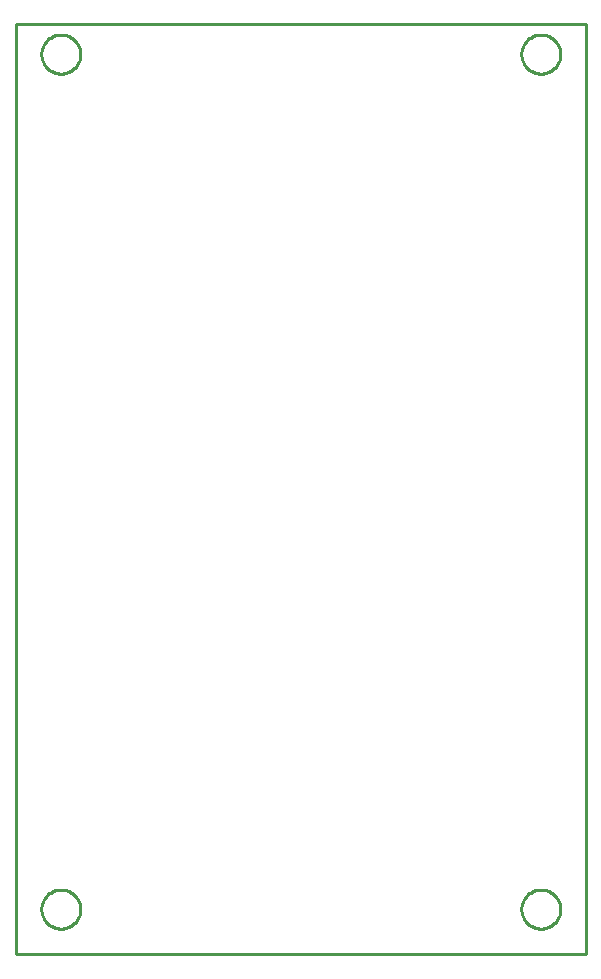
<source format=gbr>
G04 EAGLE Gerber RS-274X export*
G75*
%MOMM*%
%FSLAX34Y34*%
%LPD*%
%IN*%
%IPPOS*%
%AMOC8*
5,1,8,0,0,1.08239X$1,22.5*%
G01*
%ADD10C,0.254000*%


D10*
X0Y0D02*
X482600Y0D01*
X482600Y787400D01*
X0Y787400D01*
X0Y0D01*
X427990Y37560D02*
X428061Y36481D01*
X428202Y35409D01*
X428413Y34349D01*
X428692Y33305D01*
X429040Y32281D01*
X429454Y31283D01*
X429932Y30313D01*
X430472Y29377D01*
X431073Y28478D01*
X431731Y27621D01*
X432444Y26808D01*
X433208Y26044D01*
X434021Y25331D01*
X434878Y24673D01*
X435777Y24072D01*
X436713Y23532D01*
X437683Y23054D01*
X438681Y22640D01*
X439705Y22292D01*
X440749Y22013D01*
X441809Y21802D01*
X442881Y21661D01*
X443960Y21590D01*
X445040Y21590D01*
X446119Y21661D01*
X447191Y21802D01*
X448251Y22013D01*
X449295Y22292D01*
X450319Y22640D01*
X451317Y23054D01*
X452287Y23532D01*
X453223Y24072D01*
X454122Y24673D01*
X454979Y25331D01*
X455792Y26044D01*
X456557Y26808D01*
X457269Y27621D01*
X457927Y28478D01*
X458528Y29377D01*
X459068Y30313D01*
X459546Y31283D01*
X459960Y32281D01*
X460308Y33305D01*
X460587Y34349D01*
X460798Y35409D01*
X460939Y36481D01*
X461010Y37560D01*
X461010Y38640D01*
X460939Y39719D01*
X460798Y40791D01*
X460587Y41851D01*
X460308Y42895D01*
X459960Y43919D01*
X459546Y44917D01*
X459068Y45887D01*
X458528Y46823D01*
X457927Y47722D01*
X457269Y48579D01*
X456557Y49392D01*
X455792Y50157D01*
X454979Y50869D01*
X454122Y51527D01*
X453223Y52128D01*
X452287Y52668D01*
X451317Y53146D01*
X450319Y53560D01*
X449295Y53908D01*
X448251Y54187D01*
X447191Y54398D01*
X446119Y54539D01*
X445040Y54610D01*
X443960Y54610D01*
X442881Y54539D01*
X441809Y54398D01*
X440749Y54187D01*
X439705Y53908D01*
X438681Y53560D01*
X437683Y53146D01*
X436713Y52668D01*
X435777Y52128D01*
X434878Y51527D01*
X434021Y50869D01*
X433208Y50157D01*
X432444Y49392D01*
X431731Y48579D01*
X431073Y47722D01*
X430472Y46823D01*
X429932Y45887D01*
X429454Y44917D01*
X429040Y43919D01*
X428692Y42895D01*
X428413Y41851D01*
X428202Y40791D01*
X428061Y39719D01*
X427990Y38640D01*
X427990Y37560D01*
X21590Y37560D02*
X21661Y36481D01*
X21802Y35409D01*
X22013Y34349D01*
X22292Y33305D01*
X22640Y32281D01*
X23054Y31283D01*
X23532Y30313D01*
X24072Y29377D01*
X24673Y28478D01*
X25331Y27621D01*
X26044Y26808D01*
X26808Y26044D01*
X27621Y25331D01*
X28478Y24673D01*
X29377Y24072D01*
X30313Y23532D01*
X31283Y23054D01*
X32281Y22640D01*
X33305Y22292D01*
X34349Y22013D01*
X35409Y21802D01*
X36481Y21661D01*
X37560Y21590D01*
X38640Y21590D01*
X39719Y21661D01*
X40791Y21802D01*
X41851Y22013D01*
X42895Y22292D01*
X43919Y22640D01*
X44917Y23054D01*
X45887Y23532D01*
X46823Y24072D01*
X47722Y24673D01*
X48579Y25331D01*
X49392Y26044D01*
X50157Y26808D01*
X50869Y27621D01*
X51527Y28478D01*
X52128Y29377D01*
X52668Y30313D01*
X53146Y31283D01*
X53560Y32281D01*
X53908Y33305D01*
X54187Y34349D01*
X54398Y35409D01*
X54539Y36481D01*
X54610Y37560D01*
X54610Y38640D01*
X54539Y39719D01*
X54398Y40791D01*
X54187Y41851D01*
X53908Y42895D01*
X53560Y43919D01*
X53146Y44917D01*
X52668Y45887D01*
X52128Y46823D01*
X51527Y47722D01*
X50869Y48579D01*
X50157Y49392D01*
X49392Y50157D01*
X48579Y50869D01*
X47722Y51527D01*
X46823Y52128D01*
X45887Y52668D01*
X44917Y53146D01*
X43919Y53560D01*
X42895Y53908D01*
X41851Y54187D01*
X40791Y54398D01*
X39719Y54539D01*
X38640Y54610D01*
X37560Y54610D01*
X36481Y54539D01*
X35409Y54398D01*
X34349Y54187D01*
X33305Y53908D01*
X32281Y53560D01*
X31283Y53146D01*
X30313Y52668D01*
X29377Y52128D01*
X28478Y51527D01*
X27621Y50869D01*
X26808Y50157D01*
X26044Y49392D01*
X25331Y48579D01*
X24673Y47722D01*
X24072Y46823D01*
X23532Y45887D01*
X23054Y44917D01*
X22640Y43919D01*
X22292Y42895D01*
X22013Y41851D01*
X21802Y40791D01*
X21661Y39719D01*
X21590Y38640D01*
X21590Y37560D01*
X427990Y761460D02*
X428061Y760381D01*
X428202Y759309D01*
X428413Y758249D01*
X428692Y757205D01*
X429040Y756181D01*
X429454Y755183D01*
X429932Y754213D01*
X430472Y753277D01*
X431073Y752378D01*
X431731Y751521D01*
X432444Y750708D01*
X433208Y749944D01*
X434021Y749231D01*
X434878Y748573D01*
X435777Y747972D01*
X436713Y747432D01*
X437683Y746954D01*
X438681Y746540D01*
X439705Y746192D01*
X440749Y745913D01*
X441809Y745702D01*
X442881Y745561D01*
X443960Y745490D01*
X445040Y745490D01*
X446119Y745561D01*
X447191Y745702D01*
X448251Y745913D01*
X449295Y746192D01*
X450319Y746540D01*
X451317Y746954D01*
X452287Y747432D01*
X453223Y747972D01*
X454122Y748573D01*
X454979Y749231D01*
X455792Y749944D01*
X456557Y750708D01*
X457269Y751521D01*
X457927Y752378D01*
X458528Y753277D01*
X459068Y754213D01*
X459546Y755183D01*
X459960Y756181D01*
X460308Y757205D01*
X460587Y758249D01*
X460798Y759309D01*
X460939Y760381D01*
X461010Y761460D01*
X461010Y762540D01*
X460939Y763619D01*
X460798Y764691D01*
X460587Y765751D01*
X460308Y766795D01*
X459960Y767819D01*
X459546Y768817D01*
X459068Y769787D01*
X458528Y770723D01*
X457927Y771622D01*
X457269Y772479D01*
X456557Y773292D01*
X455792Y774057D01*
X454979Y774769D01*
X454122Y775427D01*
X453223Y776028D01*
X452287Y776568D01*
X451317Y777046D01*
X450319Y777460D01*
X449295Y777808D01*
X448251Y778087D01*
X447191Y778298D01*
X446119Y778439D01*
X445040Y778510D01*
X443960Y778510D01*
X442881Y778439D01*
X441809Y778298D01*
X440749Y778087D01*
X439705Y777808D01*
X438681Y777460D01*
X437683Y777046D01*
X436713Y776568D01*
X435777Y776028D01*
X434878Y775427D01*
X434021Y774769D01*
X433208Y774057D01*
X432444Y773292D01*
X431731Y772479D01*
X431073Y771622D01*
X430472Y770723D01*
X429932Y769787D01*
X429454Y768817D01*
X429040Y767819D01*
X428692Y766795D01*
X428413Y765751D01*
X428202Y764691D01*
X428061Y763619D01*
X427990Y762540D01*
X427990Y761460D01*
X21590Y761460D02*
X21661Y760381D01*
X21802Y759309D01*
X22013Y758249D01*
X22292Y757205D01*
X22640Y756181D01*
X23054Y755183D01*
X23532Y754213D01*
X24072Y753277D01*
X24673Y752378D01*
X25331Y751521D01*
X26044Y750708D01*
X26808Y749944D01*
X27621Y749231D01*
X28478Y748573D01*
X29377Y747972D01*
X30313Y747432D01*
X31283Y746954D01*
X32281Y746540D01*
X33305Y746192D01*
X34349Y745913D01*
X35409Y745702D01*
X36481Y745561D01*
X37560Y745490D01*
X38640Y745490D01*
X39719Y745561D01*
X40791Y745702D01*
X41851Y745913D01*
X42895Y746192D01*
X43919Y746540D01*
X44917Y746954D01*
X45887Y747432D01*
X46823Y747972D01*
X47722Y748573D01*
X48579Y749231D01*
X49392Y749944D01*
X50157Y750708D01*
X50869Y751521D01*
X51527Y752378D01*
X52128Y753277D01*
X52668Y754213D01*
X53146Y755183D01*
X53560Y756181D01*
X53908Y757205D01*
X54187Y758249D01*
X54398Y759309D01*
X54539Y760381D01*
X54610Y761460D01*
X54610Y762540D01*
X54539Y763619D01*
X54398Y764691D01*
X54187Y765751D01*
X53908Y766795D01*
X53560Y767819D01*
X53146Y768817D01*
X52668Y769787D01*
X52128Y770723D01*
X51527Y771622D01*
X50869Y772479D01*
X50157Y773292D01*
X49392Y774057D01*
X48579Y774769D01*
X47722Y775427D01*
X46823Y776028D01*
X45887Y776568D01*
X44917Y777046D01*
X43919Y777460D01*
X42895Y777808D01*
X41851Y778087D01*
X40791Y778298D01*
X39719Y778439D01*
X38640Y778510D01*
X37560Y778510D01*
X36481Y778439D01*
X35409Y778298D01*
X34349Y778087D01*
X33305Y777808D01*
X32281Y777460D01*
X31283Y777046D01*
X30313Y776568D01*
X29377Y776028D01*
X28478Y775427D01*
X27621Y774769D01*
X26808Y774057D01*
X26044Y773292D01*
X25331Y772479D01*
X24673Y771622D01*
X24072Y770723D01*
X23532Y769787D01*
X23054Y768817D01*
X22640Y767819D01*
X22292Y766795D01*
X22013Y765751D01*
X21802Y764691D01*
X21661Y763619D01*
X21590Y762540D01*
X21590Y761460D01*
M02*

</source>
